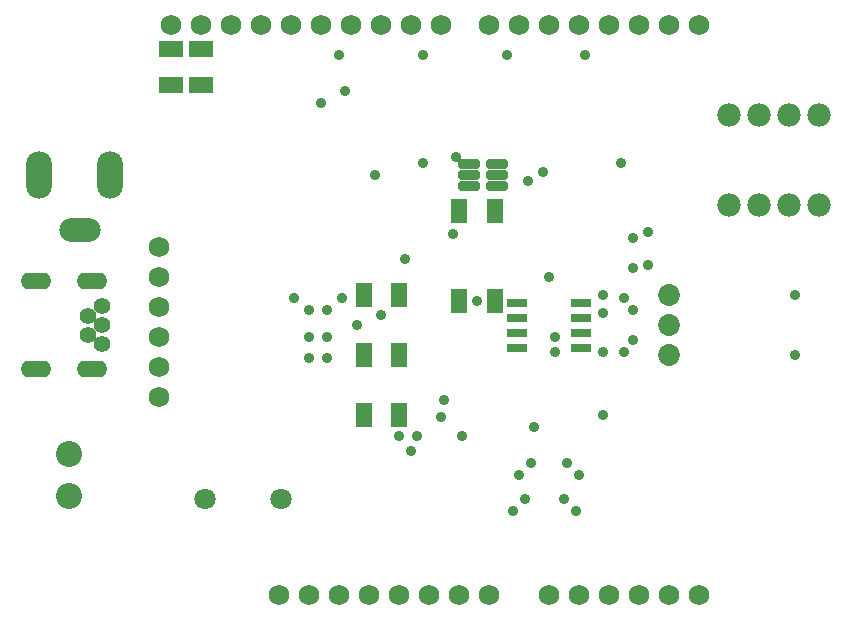
<source format=gbs>
G04*
G04 #@! TF.GenerationSoftware,Altium Limited,Altium Designer,25.4.2 (15)*
G04*
G04 Layer_Color=16711935*
%FSLAX44Y44*%
%MOMM*%
G71*
G04*
G04 #@! TF.SameCoordinates,8E47D831-5235-4EDE-A1CE-FBF80302A2F1*
G04*
G04*
G04 #@! TF.FilePolarity,Negative*
G04*
G01*
G75*
%ADD23R,2.0066X1.3208*%
%ADD25R,1.3208X2.0066*%
%ADD29C,1.8032*%
%ADD30C,1.7272*%
%ADD31C,1.9812*%
%ADD32O,2.6032X1.4032*%
%ADD33C,1.4032*%
%ADD34O,2.2032X4.0032*%
%ADD35O,3.5032X2.0032*%
%ADD36C,2.2032*%
%ADD37C,1.8532*%
%ADD38C,0.9144*%
G04:AMPARAMS|DCode=53|XSize=1.8132mm|YSize=0.7932mm|CornerRadius=0.1754mm|HoleSize=0mm|Usage=FLASHONLY|Rotation=180.000|XOffset=0mm|YOffset=0mm|HoleType=Round|Shape=RoundedRectangle|*
%AMROUNDEDRECTD53*
21,1,1.8132,0.4425,0,0,180.0*
21,1,1.4625,0.7932,0,0,180.0*
1,1,0.3507,-0.7313,0.2213*
1,1,0.3507,0.7313,0.2213*
1,1,0.3507,0.7313,-0.2213*
1,1,0.3507,-0.7313,-0.2213*
%
%ADD53ROUNDEDRECTD53*%
%ADD54R,1.7532X0.8032*%
D23*
X645160Y660654D02*
D03*
Y690626D02*
D03*
X619760D02*
D03*
Y660654D02*
D03*
D25*
X782828Y482600D02*
D03*
X812800D02*
D03*
X782828Y381000D02*
D03*
X812800D02*
D03*
X782828Y431800D02*
D03*
X812800D02*
D03*
X863854Y553720D02*
D03*
X893826D02*
D03*
Y477520D02*
D03*
X863854D02*
D03*
D29*
X713220Y309880D02*
D03*
X648220D02*
D03*
D30*
X609600Y523240D02*
D03*
Y497840D02*
D03*
Y472440D02*
D03*
Y447040D02*
D03*
Y396240D02*
D03*
Y421640D02*
D03*
X848360Y711200D02*
D03*
X822960D02*
D03*
X797560D02*
D03*
X772160D02*
D03*
X746760D02*
D03*
X721360D02*
D03*
X695960D02*
D03*
X670560D02*
D03*
X645160D02*
D03*
X619760D02*
D03*
X939800Y228600D02*
D03*
X965200D02*
D03*
X990600D02*
D03*
X1016000D02*
D03*
X1066800D02*
D03*
X1041400D02*
D03*
X1066800Y711200D02*
D03*
X1041400D02*
D03*
X1016000D02*
D03*
X990600D02*
D03*
X965200D02*
D03*
X939800D02*
D03*
X914400D02*
D03*
X889000D02*
D03*
X711200Y228600D02*
D03*
X736600D02*
D03*
X762000D02*
D03*
X787400D02*
D03*
X812800D02*
D03*
X838200D02*
D03*
X863600D02*
D03*
X889000D02*
D03*
D31*
X1143000Y558800D02*
D03*
X1168400D02*
D03*
X1092200D02*
D03*
X1117600D02*
D03*
X1143000Y635000D02*
D03*
X1168400D02*
D03*
X1092200D02*
D03*
X1117600D02*
D03*
D32*
X505141Y494400D02*
D03*
X552641D02*
D03*
Y420000D02*
D03*
X505141D02*
D03*
D33*
X561659Y441001D02*
D03*
Y457001D02*
D03*
X549622Y449002D02*
D03*
Y465002D02*
D03*
X561659Y473000D02*
D03*
D34*
X568000Y584200D02*
D03*
X508000D02*
D03*
D35*
X543000Y537700D02*
D03*
D36*
X533400Y312700D02*
D03*
Y347700D02*
D03*
D37*
X1041400Y431800D02*
D03*
Y457200D02*
D03*
Y482600D02*
D03*
D38*
X858520Y534670D02*
D03*
X812800Y363220D02*
D03*
X746760Y645160D02*
D03*
X767080Y655320D02*
D03*
X922020Y579120D02*
D03*
X934720Y586740D02*
D03*
X861060Y599440D02*
D03*
X833120Y594360D02*
D03*
X777240Y457200D02*
D03*
X764540Y480060D02*
D03*
X723900D02*
D03*
X736600Y429260D02*
D03*
X751840D02*
D03*
Y447040D02*
D03*
X736600D02*
D03*
X751840Y469900D02*
D03*
X736600D02*
D03*
X965200Y330200D02*
D03*
X914400D02*
D03*
X1023620Y535940D02*
D03*
Y508000D02*
D03*
X1003300Y480060D02*
D03*
Y434340D02*
D03*
X962660Y299720D02*
D03*
X909320D02*
D03*
X850900Y393700D02*
D03*
X866140Y363220D02*
D03*
X927100Y370840D02*
D03*
X955040Y340360D02*
D03*
X952500Y309880D02*
D03*
X1010920Y444500D02*
D03*
Y469900D02*
D03*
Y505460D02*
D03*
Y530860D02*
D03*
X924560Y340360D02*
D03*
X919480Y309880D02*
D03*
X878840Y477520D02*
D03*
X985520Y434340D02*
D03*
X1000760Y594360D02*
D03*
X792480Y584200D02*
D03*
X817880Y513080D02*
D03*
X970280Y685800D02*
D03*
X904240D02*
D03*
X833120D02*
D03*
X762000D02*
D03*
X985520Y482600D02*
D03*
Y467360D02*
D03*
X944880Y434340D02*
D03*
Y447040D02*
D03*
X939800Y497840D02*
D03*
X828040Y363220D02*
D03*
X822960Y350520D02*
D03*
X848360Y379142D02*
D03*
X985520Y381000D02*
D03*
X1148080Y431800D02*
D03*
Y482600D02*
D03*
X797560Y466090D02*
D03*
D53*
X895370Y593700D02*
D03*
Y584200D02*
D03*
Y574700D02*
D03*
X872470D02*
D03*
Y584200D02*
D03*
Y593700D02*
D03*
D54*
X966800Y476250D02*
D03*
Y463550D02*
D03*
Y450850D02*
D03*
Y438150D02*
D03*
X912800Y476250D02*
D03*
Y463550D02*
D03*
Y450850D02*
D03*
Y438150D02*
D03*
M02*

</source>
